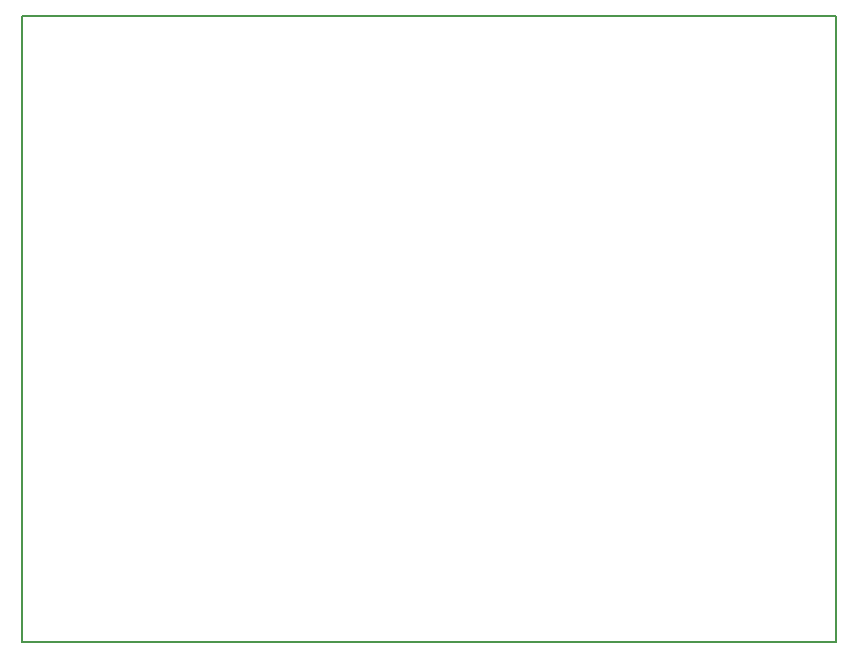
<source format=gm1>
G04 MADE WITH FRITZING*
G04 WWW.FRITZING.ORG*
G04 DOUBLE SIDED*
G04 HOLES PLATED*
G04 CONTOUR ON CENTER OF CONTOUR VECTOR*
%ASAXBY*%
%FSLAX23Y23*%
%MOIN*%
%OFA0B0*%
%SFA1.0B1.0*%
%ADD10R,2.720930X2.094140*%
%ADD11C,0.008000*%
%ADD10C,0.008*%
%LNCONTOUR*%
G90*
G70*
G54D10*
G54D11*
X4Y2090D02*
X2717Y2090D01*
X2717Y4D01*
X4Y4D01*
X4Y2090D01*
D02*
G04 End of contour*
M02*
</source>
